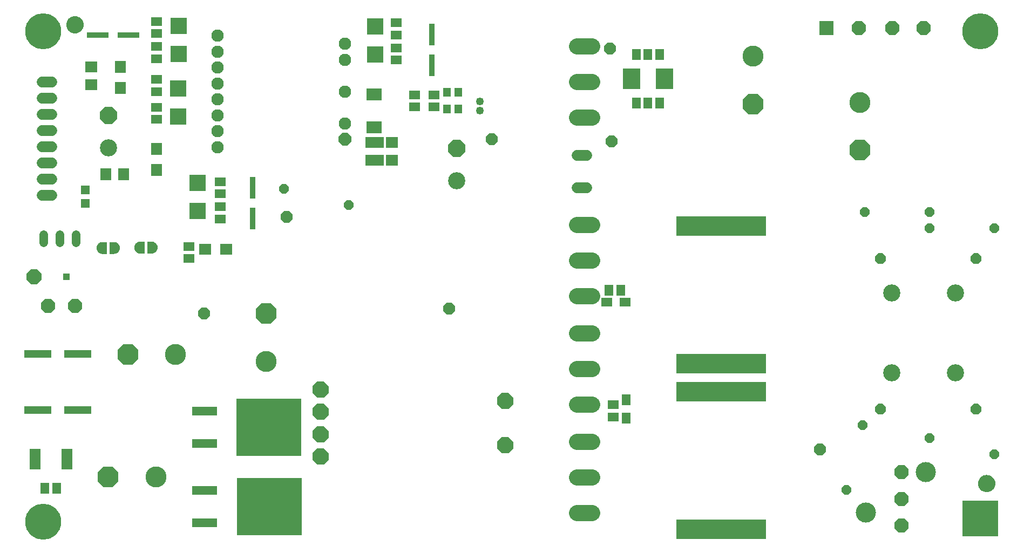
<source format=gts>
G75*
G70*
%OFA0B0*%
%FSLAX24Y24*%
%IPPOS*%
%LPD*%
%AMOC8*
5,1,8,0,0,1.08239X$1,22.5*
%
%ADD10C,0.1060*%
%ADD11OC8,0.0660*%
%ADD12OC8,0.0887*%
%ADD13C,0.1241*%
%ADD14OC8,0.0600*%
%ADD15R,0.0887X0.0887*%
%ADD16C,0.0050*%
%ADD17C,0.0990*%
%ADD18R,0.0572X0.0651*%
%ADD19R,0.0651X0.0532*%
%ADD20C,0.0660*%
%ADD21R,0.0532X0.0651*%
%ADD22R,0.0651X0.0572*%
%ADD23R,0.5572X0.1241*%
%ADD24R,0.1517X0.0572*%
%ADD25R,0.4036X0.3564*%
%ADD26C,0.1296*%
%ADD27OC8,0.1296*%
%ADD28OC8,0.0920*%
%ADD29R,0.0414X0.0414*%
%ADD30OC8,0.0710*%
%ADD31R,0.0651X0.0749*%
%ADD32R,0.1005X0.1005*%
%ADD33R,0.0749X0.0651*%
%ADD34R,0.0360X0.1340*%
%ADD35R,0.1340X0.0360*%
%ADD36R,0.0532X0.0532*%
%ADD37R,0.0690X0.0769*%
%ADD38R,0.0769X0.0690*%
%ADD39R,0.0926X0.0769*%
%ADD40R,0.1123X0.0690*%
%ADD41OC8,0.1060*%
%ADD42R,0.0454X0.0532*%
%ADD43C,0.0769*%
%ADD44OC8,0.0769*%
%ADD45R,0.0770X0.0690*%
%ADD46R,0.0660X0.1260*%
%ADD47R,0.1660X0.0490*%
%ADD48OC8,0.0990*%
%ADD49R,0.0560X0.0660*%
%ADD50R,0.1060X0.1260*%
%ADD51C,0.0010*%
%ADD52C,0.0540*%
%ADD53C,0.0493*%
%ADD54R,0.2225X0.2225*%
%ADD55C,0.2225*%
D10*
X029462Y024125D03*
X007937Y026175D03*
X056319Y017186D03*
X060256Y017186D03*
X060256Y012264D03*
X056319Y012264D03*
D11*
X055612Y010050D03*
X061512Y010050D03*
X061512Y019350D03*
X055612Y019350D03*
D12*
X056912Y006129D03*
X056912Y004475D03*
X056912Y002821D03*
X005864Y016400D03*
X004211Y016400D03*
X054285Y033567D03*
X056335Y033567D03*
X058285Y033567D03*
D13*
X058428Y006129D03*
X054727Y003648D03*
D14*
X053512Y005025D03*
X058662Y008225D03*
X062662Y007225D03*
X054512Y009025D03*
X058662Y021200D03*
X058662Y022200D03*
X062662Y021200D03*
X054662Y022200D03*
X022787Y022625D03*
X018787Y023625D03*
D15*
X052285Y033567D03*
D16*
X006374Y033771D02*
X006367Y033684D01*
X006344Y033600D01*
X006307Y033521D01*
X006257Y033449D01*
X006196Y033388D01*
X006124Y033338D01*
X006045Y033301D01*
X005961Y033278D01*
X005874Y033271D01*
X005787Y033278D01*
X005703Y033301D01*
X005624Y033338D01*
X005553Y033388D01*
X005491Y033449D01*
X005441Y033521D01*
X005404Y033600D01*
X005382Y033684D01*
X005374Y033771D01*
X005382Y033858D01*
X005404Y033942D01*
X005441Y034021D01*
X005491Y034092D01*
X005553Y034154D01*
X005624Y034204D01*
X005703Y034241D01*
X005787Y034263D01*
X005874Y034271D01*
X005961Y034263D01*
X006045Y034241D01*
X006124Y034204D01*
X006196Y034154D01*
X006257Y034092D01*
X006307Y034021D01*
X006344Y033942D01*
X006367Y033858D01*
X006374Y033771D01*
X006374Y033777D02*
X005375Y033777D01*
X005378Y033729D02*
X006371Y033729D01*
X006366Y033680D02*
X005383Y033680D01*
X005396Y033632D02*
X006353Y033632D01*
X006336Y033583D02*
X005412Y033583D01*
X005435Y033535D02*
X006314Y033535D01*
X006283Y033486D02*
X005466Y033486D01*
X005503Y033438D02*
X006245Y033438D01*
X006197Y033389D02*
X005552Y033389D01*
X005620Y033341D02*
X006128Y033341D01*
X006012Y033292D02*
X005736Y033292D01*
X005379Y033826D02*
X006369Y033826D01*
X006362Y033874D02*
X005386Y033874D01*
X005399Y033923D02*
X006349Y033923D01*
X006330Y033971D02*
X005418Y033971D01*
X005441Y034020D02*
X006308Y034020D01*
X006274Y034068D02*
X005474Y034068D01*
X005516Y034117D02*
X006233Y034117D01*
X006180Y034165D02*
X005569Y034165D01*
X005645Y034214D02*
X006103Y034214D01*
X005965Y034262D02*
X005783Y034262D01*
X061740Y005674D02*
X061790Y005746D01*
X061852Y005807D01*
X061923Y005857D01*
X062002Y005894D01*
X062087Y005917D01*
X062173Y005924D01*
X062260Y005917D01*
X062345Y005894D01*
X062423Y005857D01*
X062495Y005807D01*
X062557Y005746D01*
X062607Y005674D01*
X062643Y005595D01*
X062666Y005511D01*
X062673Y005424D01*
X062666Y005338D01*
X062643Y005253D01*
X062607Y005174D01*
X062557Y005103D01*
X062495Y005041D01*
X062423Y004991D01*
X062345Y004955D01*
X062260Y004932D01*
X062173Y004924D01*
X062087Y004932D01*
X062002Y004955D01*
X061923Y004991D01*
X061852Y005041D01*
X061790Y005103D01*
X061740Y005174D01*
X061704Y005253D01*
X061681Y005338D01*
X061673Y005424D01*
X061681Y005511D01*
X061704Y005595D01*
X061740Y005674D01*
X061755Y005696D02*
X062592Y005696D01*
X062619Y005647D02*
X061728Y005647D01*
X061705Y005599D02*
X062642Y005599D01*
X062655Y005550D02*
X061691Y005550D01*
X061680Y005502D02*
X062667Y005502D01*
X062671Y005453D02*
X061676Y005453D01*
X061675Y005405D02*
X062672Y005405D01*
X062668Y005356D02*
X061679Y005356D01*
X061689Y005308D02*
X062658Y005308D01*
X062645Y005259D02*
X061702Y005259D01*
X061724Y005211D02*
X062623Y005211D01*
X062598Y005162D02*
X061749Y005162D01*
X061783Y005114D02*
X062564Y005114D01*
X062519Y005065D02*
X061828Y005065D01*
X061888Y005017D02*
X062459Y005017D01*
X062373Y004968D02*
X061974Y004968D01*
X061789Y005744D02*
X062558Y005744D01*
X062510Y005793D02*
X061837Y005793D01*
X061900Y005841D02*
X062447Y005841D01*
X062355Y005890D02*
X061992Y005890D01*
D17*
X037804Y005818D02*
X036874Y005818D01*
X036874Y003618D02*
X037804Y003618D01*
X037804Y008018D02*
X036874Y008018D01*
X036874Y010311D02*
X037804Y010311D01*
X037804Y012511D02*
X036874Y012511D01*
X036874Y014711D02*
X037804Y014711D01*
X037804Y017004D02*
X036874Y017004D01*
X036874Y019204D02*
X037804Y019204D01*
X037804Y021404D02*
X036874Y021404D01*
X036874Y028028D02*
X037804Y028028D01*
X037804Y030228D02*
X036874Y030228D01*
X036874Y032428D02*
X037804Y032428D01*
D18*
X038838Y017375D03*
X039586Y017375D03*
X004761Y005150D03*
X004013Y005150D03*
D19*
X038717Y016625D03*
X039858Y016625D03*
D20*
X037489Y023716D02*
X036889Y023716D01*
X036889Y025716D02*
X037489Y025716D01*
X004437Y025225D02*
X003837Y025225D01*
X003837Y026225D02*
X004437Y026225D01*
X004437Y027225D02*
X003837Y027225D01*
X003837Y028225D02*
X004437Y028225D01*
X004437Y029225D02*
X003837Y029225D01*
X003837Y030225D02*
X004437Y030225D01*
X004437Y024225D02*
X003837Y024225D01*
X003837Y023225D02*
X004437Y023225D01*
D21*
X039912Y010596D03*
X039912Y009454D03*
D22*
X039112Y009551D03*
X039112Y010299D03*
X014837Y021776D03*
X014837Y022524D03*
X014837Y023326D03*
X014837Y024074D03*
X012912Y020074D03*
X012912Y019326D03*
X010912Y027926D03*
X010912Y028674D03*
X010912Y029651D03*
X010912Y030399D03*
X010912Y031676D03*
X010912Y032424D03*
X010912Y033226D03*
X010912Y033974D03*
X025712Y033899D03*
X025712Y033151D03*
X025712Y032349D03*
X025712Y031601D03*
X026837Y029449D03*
X026837Y028701D03*
X028037Y028701D03*
X028037Y029449D03*
D23*
X045787Y021352D03*
X045787Y012848D03*
X045787Y011102D03*
X045787Y002598D03*
D24*
X013889Y003000D03*
X013889Y005000D03*
X013864Y007900D03*
X013864Y009900D03*
D25*
X017840Y008900D03*
X017865Y004000D03*
D26*
X010864Y005850D03*
X017687Y012974D03*
X012089Y013400D03*
X047737Y031826D03*
X054362Y028976D03*
D27*
X054362Y026024D03*
X047737Y028874D03*
X017687Y015926D03*
X009136Y013400D03*
X007911Y005850D03*
D28*
X003362Y018200D03*
D29*
X005362Y018200D03*
D30*
X013862Y015950D03*
X018962Y021900D03*
X028987Y016250D03*
X039012Y026575D03*
X031612Y026700D03*
X038912Y032300D03*
X051887Y007525D03*
D31*
X010912Y024810D03*
X010912Y026090D03*
X008687Y029885D03*
X008687Y031165D03*
D32*
X012287Y031984D03*
X012287Y033716D03*
X012262Y029841D03*
X012262Y028109D03*
X013437Y024016D03*
X013437Y022284D03*
X024412Y031934D03*
X024412Y033666D03*
D33*
X015203Y019900D03*
X013923Y019900D03*
D34*
X016837Y021800D03*
X016837Y023700D03*
X027912Y031275D03*
X027912Y033175D03*
D35*
X009187Y033125D03*
X007287Y033125D03*
D36*
X006512Y023563D03*
X006512Y022737D03*
D37*
X007786Y024550D03*
X008889Y024550D03*
D38*
X006887Y030074D03*
X006887Y031176D03*
D39*
X024362Y029454D03*
X024362Y027446D03*
D40*
X024387Y026501D03*
X024387Y025399D03*
D41*
X029462Y026125D03*
X007937Y028175D03*
D42*
X028862Y028563D03*
X029562Y028563D03*
X029562Y029587D03*
X028862Y029587D03*
D43*
X022549Y029650D03*
X022549Y027681D03*
X022549Y031619D03*
X022549Y032603D03*
X014675Y033095D03*
X014675Y032111D03*
X014675Y031126D03*
X014675Y030142D03*
X014675Y029158D03*
X014675Y028174D03*
X014675Y027189D03*
X014675Y026205D03*
D44*
X022549Y026697D03*
D45*
X025462Y026510D03*
X025462Y025390D03*
D46*
X005377Y006925D03*
X003397Y006925D03*
D47*
X003582Y009975D03*
X006042Y009975D03*
X006042Y013450D03*
X003582Y013450D03*
D48*
X021032Y011231D03*
X021032Y009854D03*
X021032Y008476D03*
X021032Y007098D03*
X032449Y007787D03*
X032449Y010543D03*
D49*
X040532Y028925D03*
X041262Y028925D03*
X041992Y028925D03*
X041992Y031925D03*
X041262Y031925D03*
X040532Y031925D03*
D50*
X040232Y030425D03*
X042292Y030425D03*
D51*
X010911Y020159D02*
X010878Y020219D01*
X010835Y020272D01*
X010782Y020316D01*
X010721Y020348D01*
X010656Y020368D01*
X010587Y020375D01*
X010337Y020375D01*
X010337Y019675D01*
X010587Y019675D01*
X010656Y019682D01*
X010721Y019702D01*
X010782Y019734D01*
X010835Y019778D01*
X010878Y019831D01*
X010911Y019891D01*
X010931Y019957D01*
X010937Y020025D01*
X010931Y020093D01*
X010911Y020159D01*
X010911Y020157D02*
X010337Y020157D01*
X010337Y020149D02*
X010914Y020149D01*
X010917Y020140D02*
X010337Y020140D01*
X010337Y020132D02*
X010919Y020132D01*
X010922Y020123D02*
X010337Y020123D01*
X010337Y020115D02*
X010924Y020115D01*
X010927Y020106D02*
X010337Y020106D01*
X010337Y020098D02*
X010929Y020098D01*
X010931Y020089D02*
X010337Y020089D01*
X010337Y020081D02*
X010932Y020081D01*
X010933Y020072D02*
X010337Y020072D01*
X010337Y020064D02*
X010934Y020064D01*
X010935Y020055D02*
X010337Y020055D01*
X010337Y020047D02*
X010935Y020047D01*
X010936Y020038D02*
X010337Y020038D01*
X010337Y020030D02*
X010937Y020030D01*
X010937Y020021D02*
X010337Y020021D01*
X010337Y020013D02*
X010936Y020013D01*
X010935Y020004D02*
X010337Y020004D01*
X010337Y019996D02*
X010935Y019996D01*
X010934Y019987D02*
X010337Y019987D01*
X010337Y019979D02*
X010933Y019979D01*
X010932Y019970D02*
X010337Y019970D01*
X010337Y019962D02*
X010931Y019962D01*
X010930Y019953D02*
X010337Y019953D01*
X010337Y019945D02*
X010927Y019945D01*
X010924Y019936D02*
X010337Y019936D01*
X010337Y019928D02*
X010922Y019928D01*
X010919Y019919D02*
X010337Y019919D01*
X010337Y019911D02*
X010917Y019911D01*
X010914Y019902D02*
X010337Y019902D01*
X010337Y019894D02*
X010912Y019894D01*
X010908Y019885D02*
X010337Y019885D01*
X010337Y019877D02*
X010903Y019877D01*
X010899Y019868D02*
X010337Y019868D01*
X010337Y019860D02*
X010894Y019860D01*
X010889Y019851D02*
X010337Y019851D01*
X010337Y019843D02*
X010885Y019843D01*
X010880Y019834D02*
X010337Y019834D01*
X010337Y019826D02*
X010874Y019826D01*
X010867Y019817D02*
X010337Y019817D01*
X010337Y019809D02*
X010860Y019809D01*
X010853Y019800D02*
X010337Y019800D01*
X010337Y019792D02*
X010846Y019792D01*
X010840Y019783D02*
X010337Y019783D01*
X010337Y019775D02*
X010831Y019775D01*
X010821Y019766D02*
X010337Y019766D01*
X010337Y019758D02*
X010811Y019758D01*
X010800Y019749D02*
X010337Y019749D01*
X010337Y019741D02*
X010790Y019741D01*
X010778Y019732D02*
X010337Y019732D01*
X010337Y019724D02*
X010762Y019724D01*
X010746Y019715D02*
X010337Y019715D01*
X010337Y019707D02*
X010731Y019707D01*
X010710Y019698D02*
X010337Y019698D01*
X010337Y019690D02*
X010682Y019690D01*
X010649Y019681D02*
X010337Y019681D01*
X010137Y019681D02*
X009826Y019681D01*
X009819Y019682D02*
X009887Y019675D01*
X010137Y019675D01*
X010137Y020375D01*
X009887Y020375D01*
X009819Y020368D01*
X009754Y020348D01*
X009693Y020316D01*
X009640Y020272D01*
X009596Y020219D01*
X009564Y020159D01*
X009544Y020093D01*
X009537Y020025D01*
X009544Y019957D01*
X009564Y019891D01*
X009596Y019831D01*
X009640Y019778D01*
X009693Y019734D01*
X009754Y019702D01*
X009819Y019682D01*
X009793Y019690D02*
X010137Y019690D01*
X010137Y019698D02*
X009765Y019698D01*
X009744Y019707D02*
X010137Y019707D01*
X010137Y019715D02*
X009728Y019715D01*
X009713Y019724D02*
X010137Y019724D01*
X010137Y019732D02*
X009697Y019732D01*
X009685Y019741D02*
X010137Y019741D01*
X010137Y019749D02*
X009675Y019749D01*
X009664Y019758D02*
X010137Y019758D01*
X010137Y019766D02*
X009654Y019766D01*
X009644Y019775D02*
X010137Y019775D01*
X010137Y019783D02*
X009635Y019783D01*
X009628Y019792D02*
X010137Y019792D01*
X010137Y019800D02*
X009621Y019800D01*
X009615Y019809D02*
X010137Y019809D01*
X010137Y019817D02*
X009608Y019817D01*
X009601Y019826D02*
X010137Y019826D01*
X010137Y019834D02*
X009595Y019834D01*
X009590Y019843D02*
X010137Y019843D01*
X010137Y019851D02*
X009585Y019851D01*
X009581Y019860D02*
X010137Y019860D01*
X010137Y019868D02*
X009576Y019868D01*
X009572Y019877D02*
X010137Y019877D01*
X010137Y019885D02*
X009567Y019885D01*
X009563Y019894D02*
X010137Y019894D01*
X010137Y019902D02*
X009561Y019902D01*
X009558Y019911D02*
X010137Y019911D01*
X010137Y019919D02*
X009556Y019919D01*
X009553Y019928D02*
X010137Y019928D01*
X010137Y019936D02*
X009550Y019936D01*
X009548Y019945D02*
X010137Y019945D01*
X010137Y019953D02*
X009545Y019953D01*
X009544Y019962D02*
X010137Y019962D01*
X010137Y019970D02*
X009543Y019970D01*
X009542Y019979D02*
X010137Y019979D01*
X010137Y019987D02*
X009541Y019987D01*
X009540Y019996D02*
X010137Y019996D01*
X010137Y020004D02*
X009540Y020004D01*
X009539Y020013D02*
X010137Y020013D01*
X010137Y020021D02*
X009538Y020021D01*
X009538Y020030D02*
X010137Y020030D01*
X010137Y020038D02*
X009539Y020038D01*
X009540Y020047D02*
X010137Y020047D01*
X010137Y020055D02*
X009540Y020055D01*
X009541Y020064D02*
X010137Y020064D01*
X010137Y020072D02*
X009542Y020072D01*
X009543Y020081D02*
X010137Y020081D01*
X010137Y020089D02*
X009544Y020089D01*
X009545Y020098D02*
X010137Y020098D01*
X010137Y020106D02*
X009548Y020106D01*
X009551Y020115D02*
X010137Y020115D01*
X010137Y020123D02*
X009553Y020123D01*
X009556Y020132D02*
X010137Y020132D01*
X010137Y020140D02*
X009558Y020140D01*
X009561Y020149D02*
X010137Y020149D01*
X010137Y020157D02*
X009564Y020157D01*
X009568Y020166D02*
X010137Y020166D01*
X010137Y020174D02*
X009572Y020174D01*
X009577Y020183D02*
X010137Y020183D01*
X010137Y020191D02*
X009581Y020191D01*
X009586Y020200D02*
X010137Y020200D01*
X010137Y020208D02*
X009590Y020208D01*
X009595Y020217D02*
X010137Y020217D01*
X010137Y020225D02*
X009601Y020225D01*
X009608Y020234D02*
X010137Y020234D01*
X010137Y020242D02*
X009615Y020242D01*
X009622Y020251D02*
X010137Y020251D01*
X010137Y020259D02*
X009629Y020259D01*
X009636Y020268D02*
X010137Y020268D01*
X010137Y020276D02*
X009644Y020276D01*
X009655Y020285D02*
X010137Y020285D01*
X010137Y020293D02*
X009665Y020293D01*
X009675Y020302D02*
X010137Y020302D01*
X010137Y020310D02*
X009686Y020310D01*
X009698Y020319D02*
X010137Y020319D01*
X010137Y020327D02*
X009714Y020327D01*
X009730Y020336D02*
X010137Y020336D01*
X010137Y020344D02*
X009746Y020344D01*
X009767Y020353D02*
X010137Y020353D01*
X010137Y020361D02*
X009795Y020361D01*
X009832Y020370D02*
X010137Y020370D01*
X010337Y020370D02*
X010643Y020370D01*
X010680Y020361D02*
X010337Y020361D01*
X010337Y020353D02*
X010708Y020353D01*
X010729Y020344D02*
X010337Y020344D01*
X010337Y020336D02*
X010745Y020336D01*
X010761Y020327D02*
X010337Y020327D01*
X010337Y020319D02*
X010777Y020319D01*
X010789Y020310D02*
X010337Y020310D01*
X010337Y020302D02*
X010800Y020302D01*
X010810Y020293D02*
X010337Y020293D01*
X010337Y020285D02*
X010820Y020285D01*
X010831Y020276D02*
X010337Y020276D01*
X010337Y020268D02*
X010839Y020268D01*
X010846Y020259D02*
X010337Y020259D01*
X010337Y020251D02*
X010853Y020251D01*
X010860Y020242D02*
X010337Y020242D01*
X010337Y020234D02*
X010867Y020234D01*
X010874Y020225D02*
X010337Y020225D01*
X010337Y020217D02*
X010880Y020217D01*
X010885Y020208D02*
X010337Y020208D01*
X010337Y020200D02*
X010889Y020200D01*
X010894Y020191D02*
X010337Y020191D01*
X010337Y020183D02*
X010898Y020183D01*
X010903Y020174D02*
X010337Y020174D01*
X010337Y020166D02*
X010907Y020166D01*
X008612Y020000D02*
X008606Y020068D01*
X008586Y020134D01*
X008553Y020194D01*
X008510Y020247D01*
X008457Y020291D01*
X008396Y020323D01*
X008331Y020343D01*
X008262Y020350D01*
X008012Y020350D01*
X008012Y019650D01*
X008262Y019650D01*
X008331Y019657D01*
X008396Y019677D01*
X008457Y019709D01*
X008510Y019753D01*
X008553Y019806D01*
X008586Y019866D01*
X008606Y019932D01*
X008612Y020000D01*
X008612Y020004D02*
X008012Y020004D01*
X008012Y019996D02*
X008612Y019996D01*
X008611Y019987D02*
X008012Y019987D01*
X008012Y019979D02*
X008610Y019979D01*
X008610Y019970D02*
X008012Y019970D01*
X008012Y019962D02*
X008609Y019962D01*
X008608Y019953D02*
X008012Y019953D01*
X008012Y019945D02*
X008607Y019945D01*
X008606Y019936D02*
X008012Y019936D01*
X008012Y019928D02*
X008604Y019928D01*
X008602Y019919D02*
X008012Y019919D01*
X008012Y019911D02*
X008599Y019911D01*
X008597Y019902D02*
X008012Y019902D01*
X008012Y019894D02*
X008594Y019894D01*
X008592Y019885D02*
X008012Y019885D01*
X008012Y019877D02*
X008589Y019877D01*
X008586Y019868D02*
X008012Y019868D01*
X008012Y019860D02*
X008582Y019860D01*
X008578Y019851D02*
X008012Y019851D01*
X008012Y019843D02*
X008573Y019843D01*
X008569Y019834D02*
X008012Y019834D01*
X008012Y019826D02*
X008564Y019826D01*
X008560Y019817D02*
X008012Y019817D01*
X008012Y019809D02*
X008555Y019809D01*
X008549Y019800D02*
X008012Y019800D01*
X008012Y019792D02*
X008542Y019792D01*
X008535Y019783D02*
X008012Y019783D01*
X008012Y019775D02*
X008528Y019775D01*
X008521Y019766D02*
X008012Y019766D01*
X008012Y019758D02*
X008514Y019758D01*
X008506Y019749D02*
X008012Y019749D01*
X008012Y019741D02*
X008495Y019741D01*
X008485Y019732D02*
X008012Y019732D01*
X008012Y019724D02*
X008475Y019724D01*
X008464Y019715D02*
X008012Y019715D01*
X008012Y019707D02*
X008452Y019707D01*
X008436Y019698D02*
X008012Y019698D01*
X008012Y019690D02*
X008421Y019690D01*
X008405Y019681D02*
X008012Y019681D01*
X008012Y019673D02*
X008383Y019673D01*
X008355Y019664D02*
X008012Y019664D01*
X008012Y019656D02*
X008319Y019656D01*
X008611Y020013D02*
X008012Y020013D01*
X008012Y020021D02*
X008610Y020021D01*
X008610Y020030D02*
X008012Y020030D01*
X008012Y020038D02*
X008609Y020038D01*
X008608Y020047D02*
X008012Y020047D01*
X008012Y020055D02*
X008607Y020055D01*
X008606Y020064D02*
X008012Y020064D01*
X008012Y020072D02*
X008605Y020072D01*
X008602Y020081D02*
X008012Y020081D01*
X008012Y020089D02*
X008599Y020089D01*
X008597Y020098D02*
X008012Y020098D01*
X008012Y020106D02*
X008594Y020106D01*
X008592Y020115D02*
X008012Y020115D01*
X008012Y020123D02*
X008589Y020123D01*
X008587Y020132D02*
X008012Y020132D01*
X008012Y020140D02*
X008583Y020140D01*
X008578Y020149D02*
X008012Y020149D01*
X008012Y020157D02*
X008573Y020157D01*
X008569Y020166D02*
X008012Y020166D01*
X008012Y020174D02*
X008564Y020174D01*
X008560Y020183D02*
X008012Y020183D01*
X008012Y020191D02*
X008555Y020191D01*
X008549Y020200D02*
X008012Y020200D01*
X008012Y020208D02*
X008542Y020208D01*
X008535Y020217D02*
X008012Y020217D01*
X008012Y020225D02*
X008528Y020225D01*
X008521Y020234D02*
X008012Y020234D01*
X008012Y020242D02*
X008514Y020242D01*
X008506Y020251D02*
X008012Y020251D01*
X008012Y020259D02*
X008496Y020259D01*
X008485Y020268D02*
X008012Y020268D01*
X008012Y020276D02*
X008475Y020276D01*
X008465Y020285D02*
X008012Y020285D01*
X008012Y020293D02*
X008453Y020293D01*
X008437Y020302D02*
X008012Y020302D01*
X008012Y020310D02*
X008421Y020310D01*
X008405Y020319D02*
X008012Y020319D01*
X008012Y020327D02*
X008384Y020327D01*
X008356Y020336D02*
X008012Y020336D01*
X008012Y020344D02*
X008323Y020344D01*
X007812Y020344D02*
X007502Y020344D01*
X007494Y020343D02*
X007429Y020323D01*
X007368Y020291D01*
X007315Y020247D01*
X007271Y020194D01*
X007239Y020134D01*
X007219Y020068D01*
X007212Y020000D01*
X007219Y019932D01*
X007239Y019866D01*
X007271Y019806D01*
X007315Y019753D01*
X007368Y019709D01*
X007429Y019677D01*
X007494Y019657D01*
X007562Y019650D01*
X007812Y019650D01*
X007812Y020350D01*
X007562Y020350D01*
X007494Y020343D01*
X007469Y020336D02*
X007812Y020336D01*
X007812Y020327D02*
X007441Y020327D01*
X007420Y020319D02*
X007812Y020319D01*
X007812Y020310D02*
X007404Y020310D01*
X007388Y020302D02*
X007812Y020302D01*
X007812Y020293D02*
X007372Y020293D01*
X007360Y020285D02*
X007812Y020285D01*
X007812Y020276D02*
X007350Y020276D01*
X007339Y020268D02*
X007812Y020268D01*
X007812Y020259D02*
X007329Y020259D01*
X007319Y020251D02*
X007812Y020251D01*
X007812Y020242D02*
X007311Y020242D01*
X007304Y020234D02*
X007812Y020234D01*
X007812Y020225D02*
X007297Y020225D01*
X007290Y020217D02*
X007812Y020217D01*
X007812Y020208D02*
X007283Y020208D01*
X007276Y020200D02*
X007812Y020200D01*
X007812Y020191D02*
X007270Y020191D01*
X007265Y020183D02*
X007812Y020183D01*
X007812Y020174D02*
X007261Y020174D01*
X007256Y020166D02*
X007812Y020166D01*
X007812Y020157D02*
X007251Y020157D01*
X007247Y020149D02*
X007812Y020149D01*
X007812Y020140D02*
X007242Y020140D01*
X007238Y020132D02*
X007812Y020132D01*
X007812Y020123D02*
X007236Y020123D01*
X007233Y020115D02*
X007812Y020115D01*
X007812Y020106D02*
X007231Y020106D01*
X007228Y020098D02*
X007812Y020098D01*
X007812Y020089D02*
X007225Y020089D01*
X007223Y020081D02*
X007812Y020081D01*
X007812Y020072D02*
X007220Y020072D01*
X007219Y020064D02*
X007812Y020064D01*
X007812Y020055D02*
X007218Y020055D01*
X007217Y020047D02*
X007812Y020047D01*
X007812Y020038D02*
X007216Y020038D01*
X007215Y020030D02*
X007812Y020030D01*
X007812Y020021D02*
X007215Y020021D01*
X007214Y020013D02*
X007812Y020013D01*
X007812Y020004D02*
X007213Y020004D01*
X007213Y019996D02*
X007812Y019996D01*
X007812Y019987D02*
X007214Y019987D01*
X007215Y019979D02*
X007812Y019979D01*
X007812Y019970D02*
X007215Y019970D01*
X007216Y019962D02*
X007812Y019962D01*
X007812Y019953D02*
X007217Y019953D01*
X007218Y019945D02*
X007812Y019945D01*
X007812Y019936D02*
X007219Y019936D01*
X007220Y019928D02*
X007812Y019928D01*
X007812Y019919D02*
X007223Y019919D01*
X007226Y019911D02*
X007812Y019911D01*
X007812Y019902D02*
X007228Y019902D01*
X007231Y019894D02*
X007812Y019894D01*
X007812Y019885D02*
X007233Y019885D01*
X007236Y019877D02*
X007812Y019877D01*
X007812Y019868D02*
X007239Y019868D01*
X007243Y019860D02*
X007812Y019860D01*
X007812Y019851D02*
X007247Y019851D01*
X007252Y019843D02*
X007812Y019843D01*
X007812Y019834D02*
X007256Y019834D01*
X007261Y019826D02*
X007812Y019826D01*
X007812Y019817D02*
X007265Y019817D01*
X007270Y019809D02*
X007812Y019809D01*
X007812Y019800D02*
X007276Y019800D01*
X007283Y019792D02*
X007812Y019792D01*
X007812Y019783D02*
X007290Y019783D01*
X007297Y019775D02*
X007812Y019775D01*
X007812Y019766D02*
X007304Y019766D01*
X007311Y019758D02*
X007812Y019758D01*
X007812Y019749D02*
X007319Y019749D01*
X007330Y019741D02*
X007812Y019741D01*
X007812Y019732D02*
X007340Y019732D01*
X007350Y019724D02*
X007812Y019724D01*
X007812Y019715D02*
X007361Y019715D01*
X007373Y019707D02*
X007812Y019707D01*
X007812Y019698D02*
X007388Y019698D01*
X007404Y019690D02*
X007812Y019690D01*
X007812Y019681D02*
X007420Y019681D01*
X007442Y019673D02*
X007812Y019673D01*
X007812Y019664D02*
X007470Y019664D01*
X007506Y019656D02*
X007812Y019656D01*
D52*
X005937Y020310D02*
X005937Y020790D01*
X004937Y020790D02*
X004937Y020310D01*
X003937Y020310D02*
X003937Y020790D01*
D53*
X030887Y028455D03*
X030887Y029045D03*
D54*
X061780Y003259D03*
D55*
X003906Y003062D03*
X003906Y033377D03*
X061780Y033377D03*
M02*

</source>
